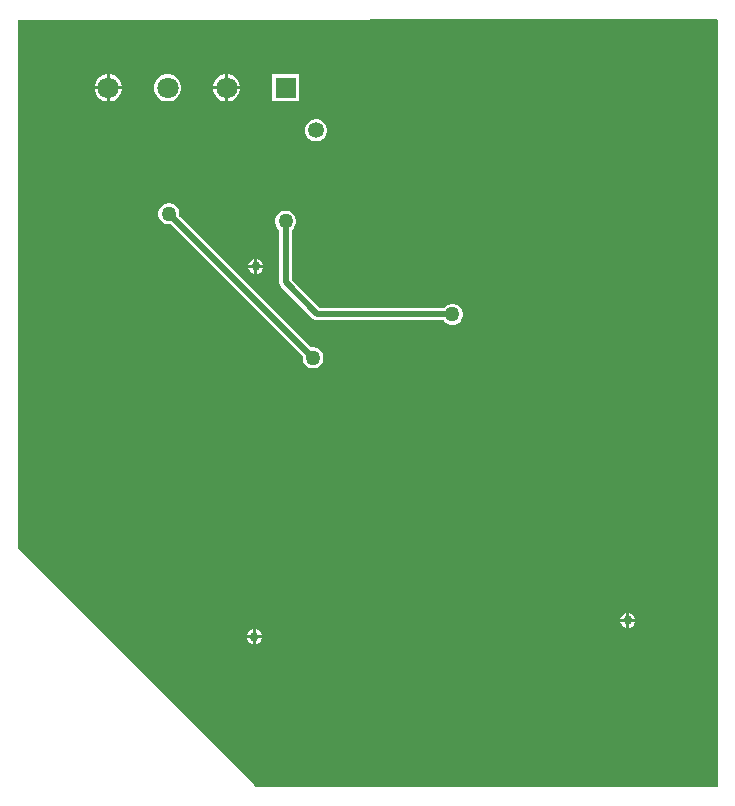
<source format=gbr>
%TF.GenerationSoftware,Altium Limited,Altium Designer,21.1.1 (26)*%
G04 Layer_Physical_Order=2*
G04 Layer_Color=16711680*
%FSLAX42Y42*%
%MOMM*%
%TF.SameCoordinates,421AD0F8-EA99-4668-A15B-16ED363E75F7*%
%TF.FilePolarity,Positive*%
%TF.FileFunction,Copper,L2,Bot,Signal*%
%TF.Part,Single*%
G01*
G75*
%TA.AperFunction,Conductor*%
%ADD19C,0.51*%
%TA.AperFunction,ComponentPad*%
%ADD22C,1.80*%
%ADD23C,1.35*%
%ADD24R,1.80X1.80*%
%TA.AperFunction,ViaPad*%
%ADD25C,1.27*%
%ADD26C,0.76*%
G36*
X11963Y11497D02*
X11963Y5004D01*
X11621Y5004D01*
X8052D01*
X6033Y7023D01*
X6033Y11494D01*
X11954Y11506D01*
X11963Y11497D01*
D02*
G37*
%LPC*%
G36*
X7818Y11037D02*
X7815D01*
Y10935D01*
X7918D01*
Y10937D01*
X7910Y10967D01*
X7895Y10993D01*
X7873Y11014D01*
X7847Y11030D01*
X7818Y11037D01*
D02*
G37*
G36*
X6818D02*
X6815D01*
Y10935D01*
X6918D01*
Y10937D01*
X6910Y10967D01*
X6895Y10993D01*
X6873Y11014D01*
X6847Y11030D01*
X6818Y11037D01*
D02*
G37*
G36*
X7790D02*
X7787D01*
X7758Y11030D01*
X7732Y11014D01*
X7710Y10993D01*
X7695Y10967D01*
X7687Y10937D01*
Y10935D01*
X7790D01*
Y11037D01*
D02*
G37*
G36*
X6790D02*
X6787D01*
X6758Y11030D01*
X6732Y11014D01*
X6710Y10993D01*
X6695Y10967D01*
X6687Y10937D01*
Y10935D01*
X6790D01*
Y11037D01*
D02*
G37*
G36*
X8418D02*
X8187D01*
Y10807D01*
X8418D01*
Y11037D01*
D02*
G37*
G36*
X7918Y10909D02*
X7815D01*
Y10807D01*
X7818D01*
X7847Y10814D01*
X7873Y10830D01*
X7895Y10851D01*
X7910Y10877D01*
X7918Y10907D01*
Y10909D01*
D02*
G37*
G36*
X7790D02*
X7687D01*
Y10907D01*
X7695Y10877D01*
X7710Y10851D01*
X7732Y10830D01*
X7758Y10814D01*
X7787Y10807D01*
X7790D01*
Y10909D01*
D02*
G37*
G36*
X7318Y11037D02*
X7287D01*
X7258Y11030D01*
X7232Y11014D01*
X7210Y10993D01*
X7195Y10967D01*
X7187Y10937D01*
Y10907D01*
X7195Y10877D01*
X7210Y10851D01*
X7232Y10830D01*
X7258Y10814D01*
X7287Y10807D01*
X7318D01*
X7347Y10814D01*
X7373Y10830D01*
X7395Y10851D01*
X7410Y10877D01*
X7418Y10907D01*
Y10937D01*
X7410Y10967D01*
X7395Y10993D01*
X7373Y11014D01*
X7347Y11030D01*
X7318Y11037D01*
D02*
G37*
G36*
X6918Y10909D02*
X6815D01*
Y10807D01*
X6818D01*
X6847Y10814D01*
X6873Y10830D01*
X6895Y10851D01*
X6910Y10877D01*
X6918Y10907D01*
Y10909D01*
D02*
G37*
G36*
X6790D02*
X6687D01*
Y10907D01*
X6695Y10877D01*
X6710Y10851D01*
X6732Y10830D01*
X6758Y10814D01*
X6787Y10807D01*
X6790D01*
Y10909D01*
D02*
G37*
G36*
X8575Y10655D02*
X8550D01*
X8527Y10649D01*
X8505Y10636D01*
X8488Y10619D01*
X8476Y10598D01*
X8470Y10574D01*
Y10550D01*
X8476Y10526D01*
X8488Y10505D01*
X8505Y10488D01*
X8527Y10475D01*
X8550Y10469D01*
X8575D01*
X8598Y10475D01*
X8620Y10488D01*
X8637Y10505D01*
X8649Y10526D01*
X8655Y10550D01*
Y10574D01*
X8649Y10598D01*
X8637Y10619D01*
X8620Y10636D01*
X8598Y10649D01*
X8575Y10655D01*
D02*
G37*
G36*
X8064Y9474D02*
Y9423D01*
X8115D01*
X8106Y9447D01*
X8088Y9465D01*
X8064Y9474D01*
D02*
G37*
G36*
X8039D02*
X8016Y9465D01*
X7998Y9447D01*
X7988Y9423D01*
X8039D01*
Y9474D01*
D02*
G37*
G36*
X8115Y9398D02*
X8064D01*
Y9347D01*
X8088Y9357D01*
X8106Y9375D01*
X8115Y9398D01*
D02*
G37*
G36*
X8039D02*
X7988D01*
X7998Y9375D01*
X8016Y9357D01*
X8039Y9347D01*
Y9398D01*
D02*
G37*
G36*
X8314Y9881D02*
X8291D01*
X8268Y9875D01*
X8248Y9863D01*
X8231Y9846D01*
X8220Y9826D01*
X8214Y9803D01*
Y9780D01*
X8220Y9757D01*
X8231Y9737D01*
X8248Y9721D01*
X8251Y9719D01*
Y9274D01*
X8255Y9254D01*
X8266Y9238D01*
X8536Y8968D01*
X8553Y8956D01*
X8572Y8953D01*
X9643D01*
X9644Y8950D01*
X9661Y8933D01*
X9681Y8921D01*
X9704Y8915D01*
X9727D01*
X9750Y8921D01*
X9770Y8933D01*
X9787Y8950D01*
X9798Y8970D01*
X9804Y8993D01*
Y9016D01*
X9798Y9039D01*
X9787Y9059D01*
X9770Y9075D01*
X9750Y9087D01*
X9727Y9093D01*
X9704D01*
X9681Y9087D01*
X9661Y9075D01*
X9644Y9059D01*
X9643Y9056D01*
X8594D01*
X8354Y9296D01*
Y9719D01*
X8357Y9721D01*
X8374Y9737D01*
X8385Y9757D01*
X8391Y9780D01*
Y9803D01*
X8385Y9826D01*
X8374Y9846D01*
X8357Y9863D01*
X8337Y9875D01*
X8314Y9881D01*
D02*
G37*
G36*
X7327Y9944D02*
X7303D01*
X7281Y9938D01*
X7261Y9926D01*
X7244Y9910D01*
X7232Y9890D01*
X7226Y9867D01*
Y9843D01*
X7232Y9821D01*
X7244Y9801D01*
X7261Y9784D01*
X7281Y9772D01*
X7303Y9766D01*
X7327D01*
X7330Y9767D01*
X8446Y8651D01*
X8446Y8648D01*
Y8624D01*
X8452Y8602D01*
X8463Y8581D01*
X8480Y8565D01*
X8500Y8553D01*
X8523Y8547D01*
X8546D01*
X8569Y8553D01*
X8589Y8565D01*
X8606Y8581D01*
X8617Y8602D01*
X8623Y8624D01*
Y8648D01*
X8617Y8670D01*
X8606Y8691D01*
X8589Y8707D01*
X8569Y8719D01*
X8546Y8725D01*
X8523D01*
X8520Y8724D01*
X7403Y9840D01*
X7404Y9843D01*
Y9867D01*
X7398Y9890D01*
X7386Y9910D01*
X7370Y9926D01*
X7350Y9938D01*
X7327Y9944D01*
D02*
G37*
G36*
X11214Y6477D02*
Y6426D01*
X11265D01*
X11255Y6449D01*
X11237Y6467D01*
X11214Y6477D01*
D02*
G37*
G36*
X11189D02*
X11165Y6467D01*
X11148Y6449D01*
X11138Y6426D01*
X11189D01*
Y6477D01*
D02*
G37*
G36*
X11265Y6401D02*
X11214D01*
Y6350D01*
X11237Y6360D01*
X11255Y6378D01*
X11265Y6401D01*
D02*
G37*
G36*
X11189D02*
X11138D01*
X11148Y6378D01*
X11165Y6360D01*
X11189Y6350D01*
Y6401D01*
D02*
G37*
G36*
X8052Y6337D02*
Y6287D01*
X8103D01*
X8093Y6310D01*
X8075Y6328D01*
X8052Y6337D01*
D02*
G37*
G36*
X8026D02*
X8003Y6328D01*
X7985Y6310D01*
X7976Y6287D01*
X8026D01*
Y6337D01*
D02*
G37*
G36*
X8103Y6261D02*
X8052D01*
Y6210D01*
X8075Y6220D01*
X8093Y6238D01*
X8103Y6261D01*
D02*
G37*
G36*
X8026D02*
X7976D01*
X7985Y6238D01*
X8003Y6220D01*
X8026Y6210D01*
Y6261D01*
D02*
G37*
%LPD*%
D19*
X8303Y9274D02*
Y9792D01*
Y9274D02*
X8572Y9004D01*
X9715D01*
X7315Y9855D02*
X8534Y8636D01*
D22*
X7803Y10922D02*
D03*
X7303D02*
D03*
X6803D02*
D03*
D23*
X8562Y10562D02*
D03*
D24*
X8303Y10922D02*
D03*
D25*
X9715Y9004D02*
D03*
X7315Y9855D02*
D03*
X8534Y8636D02*
D03*
X8303Y9792D02*
D03*
D26*
X8052Y9411D02*
D03*
X11201Y6414D02*
D03*
X8039Y6274D02*
D03*
%TF.MD5,491a2e5807efc5d29d7aafd02a7eb1d7*%
M02*

</source>
